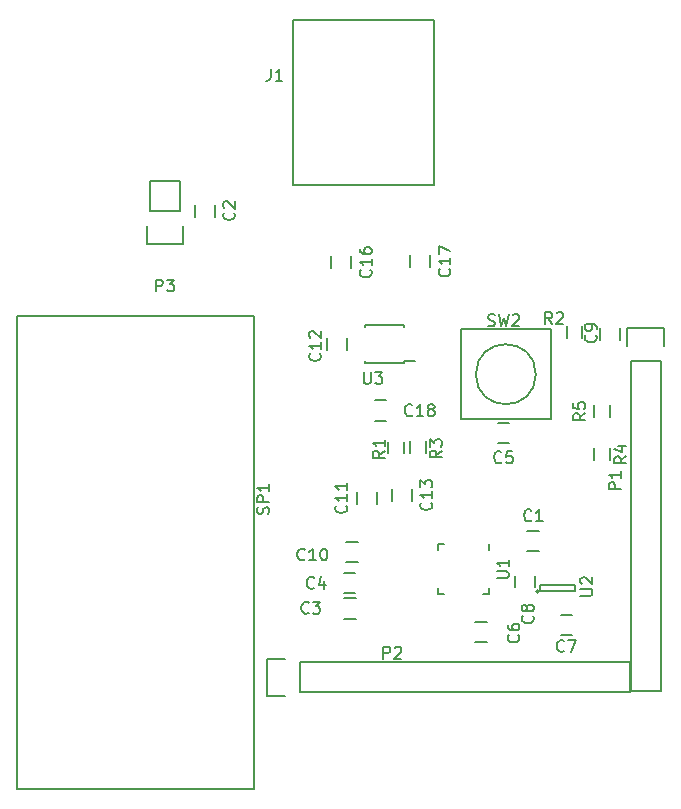
<source format=gbr>
G04 #@! TF.FileFunction,Legend,Top*
%FSLAX46Y46*%
G04 Gerber Fmt 4.6, Leading zero omitted, Abs format (unit mm)*
G04 Created by KiCad (PCBNEW 4.0.2-stable) date 27/05/2016 15:33:53*
%MOMM*%
G01*
G04 APERTURE LIST*
%ADD10C,0.100000*%
%ADD11C,0.150000*%
G04 APERTURE END LIST*
D10*
D11*
X163372800Y-111353600D02*
X163372800Y-71348600D01*
X163372800Y-71348600D02*
X143306800Y-71348600D01*
X143306800Y-71348600D02*
X143306800Y-111353600D01*
X143306800Y-111353600D02*
X163372800Y-111353600D01*
X154559000Y-62407800D02*
X154559000Y-59867800D01*
X154279000Y-65227800D02*
X154279000Y-63677800D01*
X154559000Y-62407800D02*
X157099000Y-62407800D01*
X157379000Y-63677800D02*
X157379000Y-65227800D01*
X157379000Y-65227800D02*
X154279000Y-65227800D01*
X157099000Y-62407800D02*
X157099000Y-59867800D01*
X157099000Y-59867800D02*
X154559000Y-59867800D01*
X171950000Y-93079200D02*
X170950000Y-93079200D01*
X170950000Y-94779200D02*
X171950000Y-94779200D01*
X187464900Y-94648300D02*
G75*
G03X187464900Y-94648300I-100000J0D01*
G01*
X187614900Y-94098300D02*
X187614900Y-94598300D01*
X190514900Y-94098300D02*
X187614900Y-94098300D01*
X190514900Y-94598300D02*
X190514900Y-94098300D01*
X187614900Y-94598300D02*
X190514900Y-94598300D01*
X183239300Y-94898100D02*
X182714300Y-94898100D01*
X178939300Y-90598100D02*
X179464300Y-90598100D01*
X178939300Y-94898100D02*
X179464300Y-94898100D01*
X183239300Y-90598100D02*
X183239300Y-91123100D01*
X178939300Y-90598100D02*
X178939300Y-91123100D01*
X178939300Y-94898100D02*
X178939300Y-94373100D01*
X183239300Y-94898100D02*
X183239300Y-94373100D01*
X187223400Y-76250800D02*
G75*
G03X187223400Y-76250800I-2540000J0D01*
G01*
X180873400Y-72440800D02*
X188493400Y-72440800D01*
X188493400Y-72440800D02*
X188493400Y-80060800D01*
X188493400Y-80060800D02*
X180873400Y-80060800D01*
X180873400Y-72440800D02*
X180873400Y-80060800D01*
X197802500Y-75171300D02*
X197802500Y-103111300D01*
X197802500Y-103111300D02*
X195262500Y-103111300D01*
X195262500Y-103111300D02*
X195262500Y-75171300D01*
X198082500Y-72351300D02*
X198082500Y-73901300D01*
X197802500Y-75171300D02*
X195262500Y-75171300D01*
X194982500Y-73901300D02*
X194982500Y-72351300D01*
X194982500Y-72351300D02*
X198082500Y-72351300D01*
X187507500Y-89497800D02*
X186507500Y-89497800D01*
X186507500Y-91197800D02*
X187507500Y-91197800D01*
X172013500Y-95238200D02*
X171013500Y-95238200D01*
X171013500Y-96938200D02*
X172013500Y-96938200D01*
X183980200Y-82079200D02*
X184980200Y-82079200D01*
X184980200Y-80379200D02*
X183980200Y-80379200D01*
X183049800Y-97232100D02*
X182049800Y-97232100D01*
X182049800Y-98932100D02*
X183049800Y-98932100D01*
X189326900Y-98360600D02*
X190326900Y-98360600D01*
X190326900Y-96660600D02*
X189326900Y-96660600D01*
X187171700Y-94302200D02*
X187171700Y-93302200D01*
X185471700Y-93302200D02*
X185471700Y-94302200D01*
X194347200Y-73321800D02*
X194347200Y-72321800D01*
X192647200Y-72321800D02*
X192647200Y-73321800D01*
X171614200Y-67276600D02*
X171614200Y-66276600D01*
X169914200Y-66276600D02*
X169914200Y-67276600D01*
X178294400Y-67187700D02*
X178294400Y-66187700D01*
X176594400Y-66187700D02*
X176594400Y-67187700D01*
X189825000Y-73144000D02*
X189825000Y-72144000D01*
X191175000Y-72144000D02*
X191175000Y-73144000D01*
X167246300Y-100647500D02*
X195186300Y-100647500D01*
X195186300Y-100647500D02*
X195186300Y-103187500D01*
X195186300Y-103187500D02*
X167246300Y-103187500D01*
X164426300Y-100367500D02*
X165976300Y-100367500D01*
X167246300Y-100647500D02*
X167246300Y-103187500D01*
X165976300Y-103467500D02*
X164426300Y-103467500D01*
X164426300Y-103467500D02*
X164426300Y-100367500D01*
X174750100Y-82961100D02*
X174750100Y-81961100D01*
X176100100Y-81961100D02*
X176100100Y-82961100D01*
X176553500Y-82923000D02*
X176553500Y-81923000D01*
X177903500Y-81923000D02*
X177903500Y-82923000D01*
X171233200Y-74223500D02*
X171233200Y-73223500D01*
X169533200Y-73223500D02*
X169533200Y-74223500D01*
X176046800Y-75310400D02*
X176046800Y-75095400D01*
X172796800Y-75310400D02*
X172796800Y-75095400D01*
X172796800Y-72060400D02*
X172796800Y-72275400D01*
X176046800Y-72060400D02*
X176046800Y-72275400D01*
X176046800Y-75310400D02*
X172796800Y-75310400D01*
X176046800Y-72060400D02*
X172796800Y-72060400D01*
X176046800Y-75095400D02*
X176971800Y-75095400D01*
X172047800Y-86228300D02*
X172047800Y-87228300D01*
X173747800Y-87228300D02*
X173747800Y-86228300D01*
X175045000Y-85974300D02*
X175045000Y-86974300D01*
X176745000Y-86974300D02*
X176745000Y-85974300D01*
X171178600Y-92188400D02*
X172178600Y-92188400D01*
X172178600Y-90488400D02*
X171178600Y-90488400D01*
X173566200Y-80174200D02*
X174566200Y-80174200D01*
X174566200Y-78474200D02*
X173566200Y-78474200D01*
X160050000Y-62900000D02*
X160050000Y-61900000D01*
X158350000Y-61900000D02*
X158350000Y-62900000D01*
X192174500Y-83481800D02*
X192174500Y-82481800D01*
X193524500Y-82481800D02*
X193524500Y-83481800D01*
X193524500Y-78887700D02*
X193524500Y-79887700D01*
X192174500Y-79887700D02*
X192174500Y-78887700D01*
X166624000Y-46228000D02*
X166624000Y-60228000D01*
X166624000Y-60228000D02*
X178624000Y-60228000D01*
X178624000Y-60228000D02*
X178624000Y-46228000D01*
X178624000Y-46228000D02*
X166624000Y-46228000D01*
X164590362Y-88079105D02*
X164637981Y-87936248D01*
X164637981Y-87698152D01*
X164590362Y-87602914D01*
X164542743Y-87555295D01*
X164447505Y-87507676D01*
X164352267Y-87507676D01*
X164257029Y-87555295D01*
X164209410Y-87602914D01*
X164161790Y-87698152D01*
X164114171Y-87888629D01*
X164066552Y-87983867D01*
X164018933Y-88031486D01*
X163923695Y-88079105D01*
X163828457Y-88079105D01*
X163733219Y-88031486D01*
X163685600Y-87983867D01*
X163637981Y-87888629D01*
X163637981Y-87650533D01*
X163685600Y-87507676D01*
X164637981Y-87079105D02*
X163637981Y-87079105D01*
X163637981Y-86698152D01*
X163685600Y-86602914D01*
X163733219Y-86555295D01*
X163828457Y-86507676D01*
X163971314Y-86507676D01*
X164066552Y-86555295D01*
X164114171Y-86602914D01*
X164161790Y-86698152D01*
X164161790Y-87079105D01*
X164637981Y-85555295D02*
X164637981Y-86126724D01*
X164637981Y-85841010D02*
X163637981Y-85841010D01*
X163780838Y-85936248D01*
X163876076Y-86031486D01*
X163923695Y-86126724D01*
X155090905Y-69230181D02*
X155090905Y-68230181D01*
X155471858Y-68230181D01*
X155567096Y-68277800D01*
X155614715Y-68325419D01*
X155662334Y-68420657D01*
X155662334Y-68563514D01*
X155614715Y-68658752D01*
X155567096Y-68706371D01*
X155471858Y-68753990D01*
X155090905Y-68753990D01*
X155995667Y-68230181D02*
X156614715Y-68230181D01*
X156281381Y-68611133D01*
X156424239Y-68611133D01*
X156519477Y-68658752D01*
X156567096Y-68706371D01*
X156614715Y-68801610D01*
X156614715Y-69039705D01*
X156567096Y-69134943D01*
X156519477Y-69182562D01*
X156424239Y-69230181D01*
X156138524Y-69230181D01*
X156043286Y-69182562D01*
X155995667Y-69134943D01*
X168451234Y-94311743D02*
X168403615Y-94359362D01*
X168260758Y-94406981D01*
X168165520Y-94406981D01*
X168022662Y-94359362D01*
X167927424Y-94264124D01*
X167879805Y-94168886D01*
X167832186Y-93978410D01*
X167832186Y-93835552D01*
X167879805Y-93645076D01*
X167927424Y-93549838D01*
X168022662Y-93454600D01*
X168165520Y-93406981D01*
X168260758Y-93406981D01*
X168403615Y-93454600D01*
X168451234Y-93502219D01*
X169308377Y-93740314D02*
X169308377Y-94406981D01*
X169070281Y-93359362D02*
X168832186Y-94073648D01*
X169451234Y-94073648D01*
X191006481Y-94995905D02*
X191816005Y-94995905D01*
X191911243Y-94948286D01*
X191958862Y-94900667D01*
X192006481Y-94805429D01*
X192006481Y-94614952D01*
X191958862Y-94519714D01*
X191911243Y-94472095D01*
X191816005Y-94424476D01*
X191006481Y-94424476D01*
X191101719Y-93995905D02*
X191054100Y-93948286D01*
X191006481Y-93853048D01*
X191006481Y-93614952D01*
X191054100Y-93519714D01*
X191101719Y-93472095D01*
X191196957Y-93424476D01*
X191292195Y-93424476D01*
X191435052Y-93472095D01*
X192006481Y-94043524D01*
X192006481Y-93424476D01*
X183916681Y-93510005D02*
X184726205Y-93510005D01*
X184821443Y-93462386D01*
X184869062Y-93414767D01*
X184916681Y-93319529D01*
X184916681Y-93129052D01*
X184869062Y-93033814D01*
X184821443Y-92986195D01*
X184726205Y-92938576D01*
X183916681Y-92938576D01*
X184916681Y-91938576D02*
X184916681Y-92510005D01*
X184916681Y-92224291D02*
X183916681Y-92224291D01*
X184059538Y-92319529D01*
X184154776Y-92414767D01*
X184202395Y-92510005D01*
X183172267Y-72134362D02*
X183315124Y-72181981D01*
X183553220Y-72181981D01*
X183648458Y-72134362D01*
X183696077Y-72086743D01*
X183743696Y-71991505D01*
X183743696Y-71896267D01*
X183696077Y-71801029D01*
X183648458Y-71753410D01*
X183553220Y-71705790D01*
X183362743Y-71658171D01*
X183267505Y-71610552D01*
X183219886Y-71562933D01*
X183172267Y-71467695D01*
X183172267Y-71372457D01*
X183219886Y-71277219D01*
X183267505Y-71229600D01*
X183362743Y-71181981D01*
X183600839Y-71181981D01*
X183743696Y-71229600D01*
X184077029Y-71181981D02*
X184315124Y-72181981D01*
X184505601Y-71467695D01*
X184696077Y-72181981D01*
X184934172Y-71181981D01*
X185267505Y-71277219D02*
X185315124Y-71229600D01*
X185410362Y-71181981D01*
X185648458Y-71181981D01*
X185743696Y-71229600D01*
X185791315Y-71277219D01*
X185838934Y-71372457D01*
X185838934Y-71467695D01*
X185791315Y-71610552D01*
X185219886Y-72181981D01*
X185838934Y-72181981D01*
X194406781Y-85980495D02*
X193406781Y-85980495D01*
X193406781Y-85599542D01*
X193454400Y-85504304D01*
X193502019Y-85456685D01*
X193597257Y-85409066D01*
X193740114Y-85409066D01*
X193835352Y-85456685D01*
X193882971Y-85504304D01*
X193930590Y-85599542D01*
X193930590Y-85980495D01*
X194406781Y-84456685D02*
X194406781Y-85028114D01*
X194406781Y-84742400D02*
X193406781Y-84742400D01*
X193549638Y-84837638D01*
X193644876Y-84932876D01*
X193692495Y-85028114D01*
X186840834Y-88604943D02*
X186793215Y-88652562D01*
X186650358Y-88700181D01*
X186555120Y-88700181D01*
X186412262Y-88652562D01*
X186317024Y-88557324D01*
X186269405Y-88462086D01*
X186221786Y-88271610D01*
X186221786Y-88128752D01*
X186269405Y-87938276D01*
X186317024Y-87843038D01*
X186412262Y-87747800D01*
X186555120Y-87700181D01*
X186650358Y-87700181D01*
X186793215Y-87747800D01*
X186840834Y-87795419D01*
X187793215Y-88700181D02*
X187221786Y-88700181D01*
X187507500Y-88700181D02*
X187507500Y-87700181D01*
X187412262Y-87843038D01*
X187317024Y-87938276D01*
X187221786Y-87985895D01*
X167994034Y-96432643D02*
X167946415Y-96480262D01*
X167803558Y-96527881D01*
X167708320Y-96527881D01*
X167565462Y-96480262D01*
X167470224Y-96385024D01*
X167422605Y-96289786D01*
X167374986Y-96099310D01*
X167374986Y-95956452D01*
X167422605Y-95765976D01*
X167470224Y-95670738D01*
X167565462Y-95575500D01*
X167708320Y-95527881D01*
X167803558Y-95527881D01*
X167946415Y-95575500D01*
X167994034Y-95623119D01*
X168327367Y-95527881D02*
X168946415Y-95527881D01*
X168613081Y-95908833D01*
X168755939Y-95908833D01*
X168851177Y-95956452D01*
X168898796Y-96004071D01*
X168946415Y-96099310D01*
X168946415Y-96337405D01*
X168898796Y-96432643D01*
X168851177Y-96480262D01*
X168755939Y-96527881D01*
X168470224Y-96527881D01*
X168374986Y-96480262D01*
X168327367Y-96432643D01*
X184313534Y-83686343D02*
X184265915Y-83733962D01*
X184123058Y-83781581D01*
X184027820Y-83781581D01*
X183884962Y-83733962D01*
X183789724Y-83638724D01*
X183742105Y-83543486D01*
X183694486Y-83353010D01*
X183694486Y-83210152D01*
X183742105Y-83019676D01*
X183789724Y-82924438D01*
X183884962Y-82829200D01*
X184027820Y-82781581D01*
X184123058Y-82781581D01*
X184265915Y-82829200D01*
X184313534Y-82876819D01*
X185218296Y-82781581D02*
X184742105Y-82781581D01*
X184694486Y-83257771D01*
X184742105Y-83210152D01*
X184837343Y-83162533D01*
X185075439Y-83162533D01*
X185170677Y-83210152D01*
X185218296Y-83257771D01*
X185265915Y-83353010D01*
X185265915Y-83591105D01*
X185218296Y-83686343D01*
X185170677Y-83733962D01*
X185075439Y-83781581D01*
X184837343Y-83781581D01*
X184742105Y-83733962D01*
X184694486Y-83686343D01*
X185739043Y-98312266D02*
X185786662Y-98359885D01*
X185834281Y-98502742D01*
X185834281Y-98597980D01*
X185786662Y-98740838D01*
X185691424Y-98836076D01*
X185596186Y-98883695D01*
X185405710Y-98931314D01*
X185262852Y-98931314D01*
X185072376Y-98883695D01*
X184977138Y-98836076D01*
X184881900Y-98740838D01*
X184834281Y-98597980D01*
X184834281Y-98502742D01*
X184881900Y-98359885D01*
X184929519Y-98312266D01*
X184834281Y-97455123D02*
X184834281Y-97645600D01*
X184881900Y-97740838D01*
X184929519Y-97788457D01*
X185072376Y-97883695D01*
X185262852Y-97931314D01*
X185643805Y-97931314D01*
X185739043Y-97883695D01*
X185786662Y-97836076D01*
X185834281Y-97740838D01*
X185834281Y-97550361D01*
X185786662Y-97455123D01*
X185739043Y-97407504D01*
X185643805Y-97359885D01*
X185405710Y-97359885D01*
X185310471Y-97407504D01*
X185262852Y-97455123D01*
X185215233Y-97550361D01*
X185215233Y-97740838D01*
X185262852Y-97836076D01*
X185310471Y-97883695D01*
X185405710Y-97931314D01*
X189622134Y-99671143D02*
X189574515Y-99718762D01*
X189431658Y-99766381D01*
X189336420Y-99766381D01*
X189193562Y-99718762D01*
X189098324Y-99623524D01*
X189050705Y-99528286D01*
X189003086Y-99337810D01*
X189003086Y-99194952D01*
X189050705Y-99004476D01*
X189098324Y-98909238D01*
X189193562Y-98814000D01*
X189336420Y-98766381D01*
X189431658Y-98766381D01*
X189574515Y-98814000D01*
X189622134Y-98861619D01*
X189955467Y-98766381D02*
X190622134Y-98766381D01*
X190193562Y-99766381D01*
X186945543Y-96712066D02*
X186993162Y-96759685D01*
X187040781Y-96902542D01*
X187040781Y-96997780D01*
X186993162Y-97140638D01*
X186897924Y-97235876D01*
X186802686Y-97283495D01*
X186612210Y-97331114D01*
X186469352Y-97331114D01*
X186278876Y-97283495D01*
X186183638Y-97235876D01*
X186088400Y-97140638D01*
X186040781Y-96997780D01*
X186040781Y-96902542D01*
X186088400Y-96759685D01*
X186136019Y-96712066D01*
X186469352Y-96140638D02*
X186421733Y-96235876D01*
X186374114Y-96283495D01*
X186278876Y-96331114D01*
X186231257Y-96331114D01*
X186136019Y-96283495D01*
X186088400Y-96235876D01*
X186040781Y-96140638D01*
X186040781Y-95950161D01*
X186088400Y-95854923D01*
X186136019Y-95807304D01*
X186231257Y-95759685D01*
X186278876Y-95759685D01*
X186374114Y-95807304D01*
X186421733Y-95854923D01*
X186469352Y-95950161D01*
X186469352Y-96140638D01*
X186516971Y-96235876D01*
X186564590Y-96283495D01*
X186659829Y-96331114D01*
X186850305Y-96331114D01*
X186945543Y-96283495D01*
X186993162Y-96235876D01*
X187040781Y-96140638D01*
X187040781Y-95950161D01*
X186993162Y-95854923D01*
X186945543Y-95807304D01*
X186850305Y-95759685D01*
X186659829Y-95759685D01*
X186564590Y-95807304D01*
X186516971Y-95854923D01*
X186469352Y-95950161D01*
X192279543Y-72937666D02*
X192327162Y-72985285D01*
X192374781Y-73128142D01*
X192374781Y-73223380D01*
X192327162Y-73366238D01*
X192231924Y-73461476D01*
X192136686Y-73509095D01*
X191946210Y-73556714D01*
X191803352Y-73556714D01*
X191612876Y-73509095D01*
X191517638Y-73461476D01*
X191422400Y-73366238D01*
X191374781Y-73223380D01*
X191374781Y-73128142D01*
X191422400Y-72985285D01*
X191470019Y-72937666D01*
X192374781Y-72461476D02*
X192374781Y-72271000D01*
X192327162Y-72175761D01*
X192279543Y-72128142D01*
X192136686Y-72032904D01*
X191946210Y-71985285D01*
X191565257Y-71985285D01*
X191470019Y-72032904D01*
X191422400Y-72080523D01*
X191374781Y-72175761D01*
X191374781Y-72366238D01*
X191422400Y-72461476D01*
X191470019Y-72509095D01*
X191565257Y-72556714D01*
X191803352Y-72556714D01*
X191898590Y-72509095D01*
X191946210Y-72461476D01*
X191993829Y-72366238D01*
X191993829Y-72175761D01*
X191946210Y-72080523D01*
X191898590Y-72032904D01*
X191803352Y-71985285D01*
X173221343Y-67419457D02*
X173268962Y-67467076D01*
X173316581Y-67609933D01*
X173316581Y-67705171D01*
X173268962Y-67848029D01*
X173173724Y-67943267D01*
X173078486Y-67990886D01*
X172888010Y-68038505D01*
X172745152Y-68038505D01*
X172554676Y-67990886D01*
X172459438Y-67943267D01*
X172364200Y-67848029D01*
X172316581Y-67705171D01*
X172316581Y-67609933D01*
X172364200Y-67467076D01*
X172411819Y-67419457D01*
X173316581Y-66467076D02*
X173316581Y-67038505D01*
X173316581Y-66752791D02*
X172316581Y-66752791D01*
X172459438Y-66848029D01*
X172554676Y-66943267D01*
X172602295Y-67038505D01*
X172316581Y-65609933D02*
X172316581Y-65800410D01*
X172364200Y-65895648D01*
X172411819Y-65943267D01*
X172554676Y-66038505D01*
X172745152Y-66086124D01*
X173126105Y-66086124D01*
X173221343Y-66038505D01*
X173268962Y-65990886D01*
X173316581Y-65895648D01*
X173316581Y-65705171D01*
X173268962Y-65609933D01*
X173221343Y-65562314D01*
X173126105Y-65514695D01*
X172888010Y-65514695D01*
X172792771Y-65562314D01*
X172745152Y-65609933D01*
X172697533Y-65705171D01*
X172697533Y-65895648D01*
X172745152Y-65990886D01*
X172792771Y-66038505D01*
X172888010Y-66086124D01*
X179901543Y-67330557D02*
X179949162Y-67378176D01*
X179996781Y-67521033D01*
X179996781Y-67616271D01*
X179949162Y-67759129D01*
X179853924Y-67854367D01*
X179758686Y-67901986D01*
X179568210Y-67949605D01*
X179425352Y-67949605D01*
X179234876Y-67901986D01*
X179139638Y-67854367D01*
X179044400Y-67759129D01*
X178996781Y-67616271D01*
X178996781Y-67521033D01*
X179044400Y-67378176D01*
X179092019Y-67330557D01*
X179996781Y-66378176D02*
X179996781Y-66949605D01*
X179996781Y-66663891D02*
X178996781Y-66663891D01*
X179139638Y-66759129D01*
X179234876Y-66854367D01*
X179282495Y-66949605D01*
X178996781Y-66044843D02*
X178996781Y-65378176D01*
X179996781Y-65806748D01*
X188606134Y-71978781D02*
X188272800Y-71502590D01*
X188034705Y-71978781D02*
X188034705Y-70978781D01*
X188415658Y-70978781D01*
X188510896Y-71026400D01*
X188558515Y-71074019D01*
X188606134Y-71169257D01*
X188606134Y-71312114D01*
X188558515Y-71407352D01*
X188510896Y-71454971D01*
X188415658Y-71502590D01*
X188034705Y-71502590D01*
X188987086Y-71074019D02*
X189034705Y-71026400D01*
X189129943Y-70978781D01*
X189368039Y-70978781D01*
X189463277Y-71026400D01*
X189510896Y-71074019D01*
X189558515Y-71169257D01*
X189558515Y-71264495D01*
X189510896Y-71407352D01*
X188939467Y-71978781D01*
X189558515Y-71978781D01*
X174318705Y-100325181D02*
X174318705Y-99325181D01*
X174699658Y-99325181D01*
X174794896Y-99372800D01*
X174842515Y-99420419D01*
X174890134Y-99515657D01*
X174890134Y-99658514D01*
X174842515Y-99753752D01*
X174794896Y-99801371D01*
X174699658Y-99848990D01*
X174318705Y-99848990D01*
X175271086Y-99420419D02*
X175318705Y-99372800D01*
X175413943Y-99325181D01*
X175652039Y-99325181D01*
X175747277Y-99372800D01*
X175794896Y-99420419D01*
X175842515Y-99515657D01*
X175842515Y-99610895D01*
X175794896Y-99753752D01*
X175223467Y-100325181D01*
X175842515Y-100325181D01*
X174416981Y-82742066D02*
X173940790Y-83075400D01*
X174416981Y-83313495D02*
X173416981Y-83313495D01*
X173416981Y-82932542D01*
X173464600Y-82837304D01*
X173512219Y-82789685D01*
X173607457Y-82742066D01*
X173750314Y-82742066D01*
X173845552Y-82789685D01*
X173893171Y-82837304D01*
X173940790Y-82932542D01*
X173940790Y-83313495D01*
X174416981Y-81789685D02*
X174416981Y-82361114D01*
X174416981Y-82075400D02*
X173416981Y-82075400D01*
X173559838Y-82170638D01*
X173655076Y-82265876D01*
X173702695Y-82361114D01*
X179255681Y-82716666D02*
X178779490Y-83050000D01*
X179255681Y-83288095D02*
X178255681Y-83288095D01*
X178255681Y-82907142D01*
X178303300Y-82811904D01*
X178350919Y-82764285D01*
X178446157Y-82716666D01*
X178589014Y-82716666D01*
X178684252Y-82764285D01*
X178731871Y-82811904D01*
X178779490Y-82907142D01*
X178779490Y-83288095D01*
X178255681Y-82383333D02*
X178255681Y-81764285D01*
X178636633Y-82097619D01*
X178636633Y-81954761D01*
X178684252Y-81859523D01*
X178731871Y-81811904D01*
X178827110Y-81764285D01*
X179065205Y-81764285D01*
X179160443Y-81811904D01*
X179208062Y-81859523D01*
X179255681Y-81954761D01*
X179255681Y-82240476D01*
X179208062Y-82335714D01*
X179160443Y-82383333D01*
X168936943Y-74493357D02*
X168984562Y-74540976D01*
X169032181Y-74683833D01*
X169032181Y-74779071D01*
X168984562Y-74921929D01*
X168889324Y-75017167D01*
X168794086Y-75064786D01*
X168603610Y-75112405D01*
X168460752Y-75112405D01*
X168270276Y-75064786D01*
X168175038Y-75017167D01*
X168079800Y-74921929D01*
X168032181Y-74779071D01*
X168032181Y-74683833D01*
X168079800Y-74540976D01*
X168127419Y-74493357D01*
X169032181Y-73540976D02*
X169032181Y-74112405D01*
X169032181Y-73826691D02*
X168032181Y-73826691D01*
X168175038Y-73921929D01*
X168270276Y-74017167D01*
X168317895Y-74112405D01*
X168127419Y-73160024D02*
X168079800Y-73112405D01*
X168032181Y-73017167D01*
X168032181Y-72779071D01*
X168079800Y-72683833D01*
X168127419Y-72636214D01*
X168222657Y-72588595D01*
X168317895Y-72588595D01*
X168460752Y-72636214D01*
X169032181Y-73207643D01*
X169032181Y-72588595D01*
X172669295Y-76058781D02*
X172669295Y-76868305D01*
X172716914Y-76963543D01*
X172764533Y-77011162D01*
X172859771Y-77058781D01*
X173050248Y-77058781D01*
X173145486Y-77011162D01*
X173193105Y-76963543D01*
X173240724Y-76868305D01*
X173240724Y-76058781D01*
X173621676Y-76058781D02*
X174240724Y-76058781D01*
X173907390Y-76439733D01*
X174050248Y-76439733D01*
X174145486Y-76487352D01*
X174193105Y-76534971D01*
X174240724Y-76630210D01*
X174240724Y-76868305D01*
X174193105Y-76963543D01*
X174145486Y-77011162D01*
X174050248Y-77058781D01*
X173764533Y-77058781D01*
X173669295Y-77011162D01*
X173621676Y-76963543D01*
X171154943Y-87371157D02*
X171202562Y-87418776D01*
X171250181Y-87561633D01*
X171250181Y-87656871D01*
X171202562Y-87799729D01*
X171107324Y-87894967D01*
X171012086Y-87942586D01*
X170821610Y-87990205D01*
X170678752Y-87990205D01*
X170488276Y-87942586D01*
X170393038Y-87894967D01*
X170297800Y-87799729D01*
X170250181Y-87656871D01*
X170250181Y-87561633D01*
X170297800Y-87418776D01*
X170345419Y-87371157D01*
X171250181Y-86418776D02*
X171250181Y-86990205D01*
X171250181Y-86704491D02*
X170250181Y-86704491D01*
X170393038Y-86799729D01*
X170488276Y-86894967D01*
X170535895Y-86990205D01*
X171250181Y-85466395D02*
X171250181Y-86037824D01*
X171250181Y-85752110D02*
X170250181Y-85752110D01*
X170393038Y-85847348D01*
X170488276Y-85942586D01*
X170535895Y-86037824D01*
X178347643Y-87117157D02*
X178395262Y-87164776D01*
X178442881Y-87307633D01*
X178442881Y-87402871D01*
X178395262Y-87545729D01*
X178300024Y-87640967D01*
X178204786Y-87688586D01*
X178014310Y-87736205D01*
X177871452Y-87736205D01*
X177680976Y-87688586D01*
X177585738Y-87640967D01*
X177490500Y-87545729D01*
X177442881Y-87402871D01*
X177442881Y-87307633D01*
X177490500Y-87164776D01*
X177538119Y-87117157D01*
X178442881Y-86164776D02*
X178442881Y-86736205D01*
X178442881Y-86450491D02*
X177442881Y-86450491D01*
X177585738Y-86545729D01*
X177680976Y-86640967D01*
X177728595Y-86736205D01*
X177442881Y-85831443D02*
X177442881Y-85212395D01*
X177823833Y-85545729D01*
X177823833Y-85402871D01*
X177871452Y-85307633D01*
X177919071Y-85260014D01*
X178014310Y-85212395D01*
X178252405Y-85212395D01*
X178347643Y-85260014D01*
X178395262Y-85307633D01*
X178442881Y-85402871D01*
X178442881Y-85688586D01*
X178395262Y-85783824D01*
X178347643Y-85831443D01*
X167657543Y-91924143D02*
X167609924Y-91971762D01*
X167467067Y-92019381D01*
X167371829Y-92019381D01*
X167228971Y-91971762D01*
X167133733Y-91876524D01*
X167086114Y-91781286D01*
X167038495Y-91590810D01*
X167038495Y-91447952D01*
X167086114Y-91257476D01*
X167133733Y-91162238D01*
X167228971Y-91067000D01*
X167371829Y-91019381D01*
X167467067Y-91019381D01*
X167609924Y-91067000D01*
X167657543Y-91114619D01*
X168609924Y-92019381D02*
X168038495Y-92019381D01*
X168324209Y-92019381D02*
X168324209Y-91019381D01*
X168228971Y-91162238D01*
X168133733Y-91257476D01*
X168038495Y-91305095D01*
X169228971Y-91019381D02*
X169324210Y-91019381D01*
X169419448Y-91067000D01*
X169467067Y-91114619D01*
X169514686Y-91209857D01*
X169562305Y-91400333D01*
X169562305Y-91638429D01*
X169514686Y-91828905D01*
X169467067Y-91924143D01*
X169419448Y-91971762D01*
X169324210Y-92019381D01*
X169228971Y-92019381D01*
X169133733Y-91971762D01*
X169086114Y-91924143D01*
X169038495Y-91828905D01*
X168990876Y-91638429D01*
X168990876Y-91400333D01*
X169038495Y-91209857D01*
X169086114Y-91114619D01*
X169133733Y-91067000D01*
X169228971Y-91019381D01*
X176750743Y-79706743D02*
X176703124Y-79754362D01*
X176560267Y-79801981D01*
X176465029Y-79801981D01*
X176322171Y-79754362D01*
X176226933Y-79659124D01*
X176179314Y-79563886D01*
X176131695Y-79373410D01*
X176131695Y-79230552D01*
X176179314Y-79040076D01*
X176226933Y-78944838D01*
X176322171Y-78849600D01*
X176465029Y-78801981D01*
X176560267Y-78801981D01*
X176703124Y-78849600D01*
X176750743Y-78897219D01*
X177703124Y-79801981D02*
X177131695Y-79801981D01*
X177417409Y-79801981D02*
X177417409Y-78801981D01*
X177322171Y-78944838D01*
X177226933Y-79040076D01*
X177131695Y-79087695D01*
X178274552Y-79230552D02*
X178179314Y-79182933D01*
X178131695Y-79135314D01*
X178084076Y-79040076D01*
X178084076Y-78992457D01*
X178131695Y-78897219D01*
X178179314Y-78849600D01*
X178274552Y-78801981D01*
X178465029Y-78801981D01*
X178560267Y-78849600D01*
X178607886Y-78897219D01*
X178655505Y-78992457D01*
X178655505Y-79040076D01*
X178607886Y-79135314D01*
X178560267Y-79182933D01*
X178465029Y-79230552D01*
X178274552Y-79230552D01*
X178179314Y-79278171D01*
X178131695Y-79325790D01*
X178084076Y-79421029D01*
X178084076Y-79611505D01*
X178131695Y-79706743D01*
X178179314Y-79754362D01*
X178274552Y-79801981D01*
X178465029Y-79801981D01*
X178560267Y-79754362D01*
X178607886Y-79706743D01*
X178655505Y-79611505D01*
X178655505Y-79421029D01*
X178607886Y-79325790D01*
X178560267Y-79278171D01*
X178465029Y-79230552D01*
X161657143Y-62566666D02*
X161704762Y-62614285D01*
X161752381Y-62757142D01*
X161752381Y-62852380D01*
X161704762Y-62995238D01*
X161609524Y-63090476D01*
X161514286Y-63138095D01*
X161323810Y-63185714D01*
X161180952Y-63185714D01*
X160990476Y-63138095D01*
X160895238Y-63090476D01*
X160800000Y-62995238D01*
X160752381Y-62852380D01*
X160752381Y-62757142D01*
X160800000Y-62614285D01*
X160847619Y-62566666D01*
X160847619Y-62185714D02*
X160800000Y-62138095D01*
X160752381Y-62042857D01*
X160752381Y-61804761D01*
X160800000Y-61709523D01*
X160847619Y-61661904D01*
X160942857Y-61614285D01*
X161038095Y-61614285D01*
X161180952Y-61661904D01*
X161752381Y-62233333D01*
X161752381Y-61614285D01*
X194876681Y-83211966D02*
X194400490Y-83545300D01*
X194876681Y-83783395D02*
X193876681Y-83783395D01*
X193876681Y-83402442D01*
X193924300Y-83307204D01*
X193971919Y-83259585D01*
X194067157Y-83211966D01*
X194210014Y-83211966D01*
X194305252Y-83259585D01*
X194352871Y-83307204D01*
X194400490Y-83402442D01*
X194400490Y-83783395D01*
X194210014Y-82354823D02*
X194876681Y-82354823D01*
X193829062Y-82592919D02*
X194543348Y-82831014D01*
X194543348Y-82211966D01*
X191401881Y-79554366D02*
X190925690Y-79887700D01*
X191401881Y-80125795D02*
X190401881Y-80125795D01*
X190401881Y-79744842D01*
X190449500Y-79649604D01*
X190497119Y-79601985D01*
X190592357Y-79554366D01*
X190735214Y-79554366D01*
X190830452Y-79601985D01*
X190878071Y-79649604D01*
X190925690Y-79744842D01*
X190925690Y-80125795D01*
X190401881Y-78649604D02*
X190401881Y-79125795D01*
X190878071Y-79173414D01*
X190830452Y-79125795D01*
X190782833Y-79030557D01*
X190782833Y-78792461D01*
X190830452Y-78697223D01*
X190878071Y-78649604D01*
X190973310Y-78601985D01*
X191211405Y-78601985D01*
X191306643Y-78649604D01*
X191354262Y-78697223D01*
X191401881Y-78792461D01*
X191401881Y-79030557D01*
X191354262Y-79125795D01*
X191306643Y-79173414D01*
X164766667Y-50404781D02*
X164766667Y-51119067D01*
X164719047Y-51261924D01*
X164623809Y-51357162D01*
X164480952Y-51404781D01*
X164385714Y-51404781D01*
X165766667Y-51404781D02*
X165195238Y-51404781D01*
X165480952Y-51404781D02*
X165480952Y-50404781D01*
X165385714Y-50547638D01*
X165290476Y-50642876D01*
X165195238Y-50690495D01*
M02*

</source>
